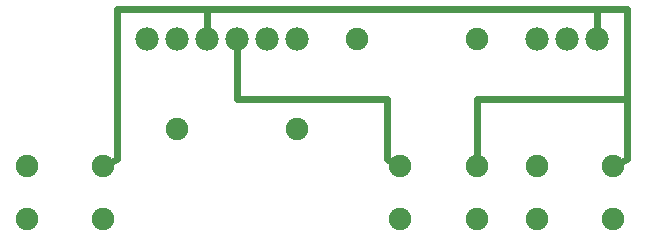
<source format=gbl>
G04 MADE WITH FRITZING*
G04 WWW.FRITZING.ORG*
G04 DOUBLE SIDED*
G04 HOLES PLATED*
G04 CONTOUR ON CENTER OF CONTOUR VECTOR*
%ASAXBY*%
%FSLAX23Y23*%
%MOIN*%
%OFA0B0*%
%SFA1.0B1.0*%
%ADD10C,0.075000*%
%ADD11C,0.078000*%
%ADD12C,0.024000*%
%LNCOPPER0*%
G90*
G70*
G54D10*
X1275Y669D03*
X1675Y669D03*
G54D11*
X2075Y669D03*
X1975Y669D03*
X1875Y669D03*
X1075Y669D03*
X975Y669D03*
X875Y669D03*
X775Y669D03*
X675Y669D03*
X575Y669D03*
G54D10*
X431Y69D03*
X175Y69D03*
X431Y247D03*
X175Y247D03*
X1675Y69D03*
X1419Y69D03*
X1675Y247D03*
X1419Y247D03*
X2131Y69D03*
X1875Y69D03*
X2131Y247D03*
X1875Y247D03*
X675Y369D03*
X1075Y369D03*
G54D12*
X2075Y769D02*
X775Y769D01*
D02*
X2175Y269D02*
X2175Y469D01*
D02*
X2175Y469D02*
X2175Y769D01*
D02*
X2175Y769D02*
X2075Y769D01*
D02*
X775Y769D02*
X775Y699D01*
D02*
X2156Y260D02*
X2175Y269D01*
D02*
X1675Y469D02*
X1675Y275D01*
D02*
X2175Y469D02*
X1675Y469D01*
D02*
X475Y269D02*
X456Y260D01*
D02*
X475Y769D02*
X475Y269D01*
D02*
X775Y769D02*
X475Y769D01*
D02*
X1375Y269D02*
X1375Y469D01*
D02*
X1375Y469D02*
X875Y469D01*
D02*
X875Y469D02*
X875Y639D01*
D02*
X1394Y260D02*
X1375Y269D01*
D02*
X2075Y769D02*
X2075Y699D01*
G04 End of Copper0*
M02*
</source>
